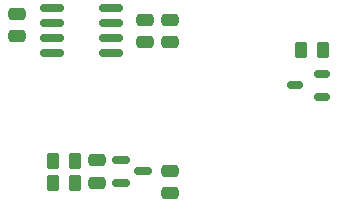
<source format=gtp>
G04 #@! TF.GenerationSoftware,KiCad,Pcbnew,8.0.2*
G04 #@! TF.CreationDate,2024-06-29T14:49:14+02:00*
G04 #@! TF.ProjectId,STM32F4_GateSignalGenerator_GateDriver,53544d33-3246-4345-9f47-617465536967,rev?*
G04 #@! TF.SameCoordinates,Original*
G04 #@! TF.FileFunction,Paste,Top*
G04 #@! TF.FilePolarity,Positive*
%FSLAX46Y46*%
G04 Gerber Fmt 4.6, Leading zero omitted, Abs format (unit mm)*
G04 Created by KiCad (PCBNEW 8.0.2) date 2024-06-29 14:49:14*
%MOMM*%
%LPD*%
G01*
G04 APERTURE LIST*
G04 Aperture macros list*
%AMRoundRect*
0 Rectangle with rounded corners*
0 $1 Rounding radius*
0 $2 $3 $4 $5 $6 $7 $8 $9 X,Y pos of 4 corners*
0 Add a 4 corners polygon primitive as box body*
4,1,4,$2,$3,$4,$5,$6,$7,$8,$9,$2,$3,0*
0 Add four circle primitives for the rounded corners*
1,1,$1+$1,$2,$3*
1,1,$1+$1,$4,$5*
1,1,$1+$1,$6,$7*
1,1,$1+$1,$8,$9*
0 Add four rect primitives between the rounded corners*
20,1,$1+$1,$2,$3,$4,$5,0*
20,1,$1+$1,$4,$5,$6,$7,0*
20,1,$1+$1,$6,$7,$8,$9,0*
20,1,$1+$1,$8,$9,$2,$3,0*%
G04 Aperture macros list end*
%ADD10RoundRect,0.250000X-0.262500X-0.450000X0.262500X-0.450000X0.262500X0.450000X-0.262500X0.450000X0*%
%ADD11RoundRect,0.150000X-0.587500X-0.150000X0.587500X-0.150000X0.587500X0.150000X-0.587500X0.150000X0*%
%ADD12RoundRect,0.250000X0.475000X-0.250000X0.475000X0.250000X-0.475000X0.250000X-0.475000X-0.250000X0*%
%ADD13RoundRect,0.150000X0.512500X0.150000X-0.512500X0.150000X-0.512500X-0.150000X0.512500X-0.150000X0*%
%ADD14RoundRect,0.250000X-0.475000X0.250000X-0.475000X-0.250000X0.475000X-0.250000X0.475000X0.250000X0*%
%ADD15RoundRect,0.150000X-0.825000X-0.150000X0.825000X-0.150000X0.825000X0.150000X-0.825000X0.150000X0*%
%ADD16RoundRect,0.250000X0.262500X0.450000X-0.262500X0.450000X-0.262500X-0.450000X0.262500X-0.450000X0*%
G04 APERTURE END LIST*
D10*
X181687500Y-89200000D03*
X183512500Y-89200000D03*
D11*
X168300000Y-99500000D03*
X166425000Y-100450000D03*
X166425000Y-98550000D03*
D12*
X170600000Y-88550000D03*
X170600000Y-86650000D03*
D13*
X183437500Y-93162500D03*
X183437500Y-91262500D03*
X181162500Y-92212500D03*
D12*
X170600000Y-101350000D03*
X170600000Y-99450000D03*
D10*
X162512500Y-98600000D03*
X160687500Y-98600000D03*
D14*
X164400000Y-100450000D03*
X164400000Y-98550000D03*
D15*
X160625000Y-85695000D03*
X160625000Y-86965000D03*
X160625000Y-88235000D03*
X160625000Y-89505000D03*
X165575000Y-89505000D03*
X165575000Y-88235000D03*
X165575000Y-86965000D03*
X165575000Y-85695000D03*
D16*
X160687500Y-100500000D03*
X162512500Y-100500000D03*
D12*
X168500000Y-88550000D03*
X168500000Y-86650000D03*
D14*
X157600000Y-86150000D03*
X157600000Y-88050000D03*
M02*

</source>
